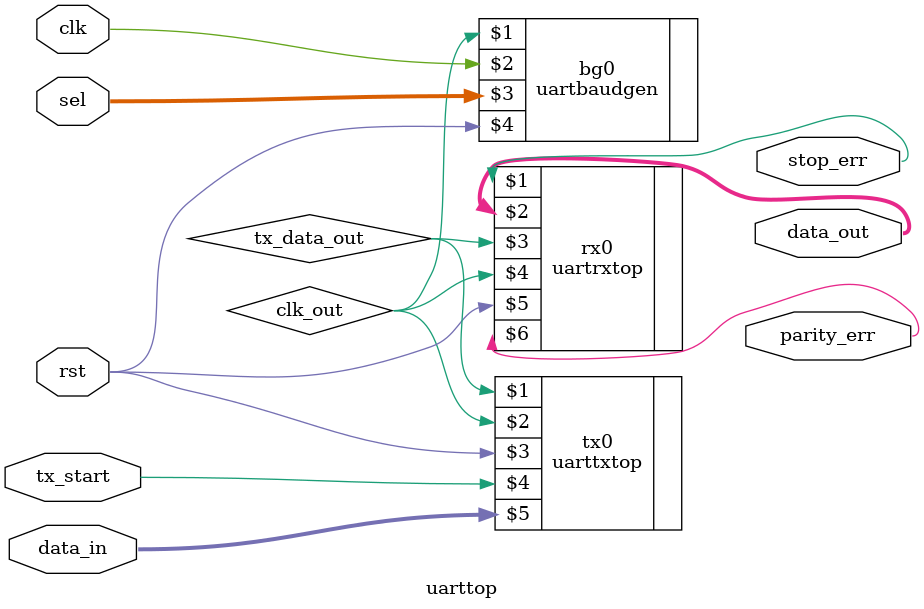
<source format=v>
`timescale 1ns / 1ps


module uarttop(stop_err,parity_err,data_out,sel,tx_start,data_in,clk,rst);
    output stop_err,parity_err;
    output [7:0]data_out;
    input tx_start,clk,rst;
    input [1:0]sel;
    input [7:0]data_in;
    
    wire tx_data_out,clk_out;
    
    uarttxtop tx0(tx_data_out,clk_out,rst,tx_start,data_in);
    uartrxtop rx0(stop_err,data_out,tx_data_out,clk_out,rst,parity_err);
    uartbaudgen bg0(clk_out,clk,sel,rst);
    
endmodule

</source>
